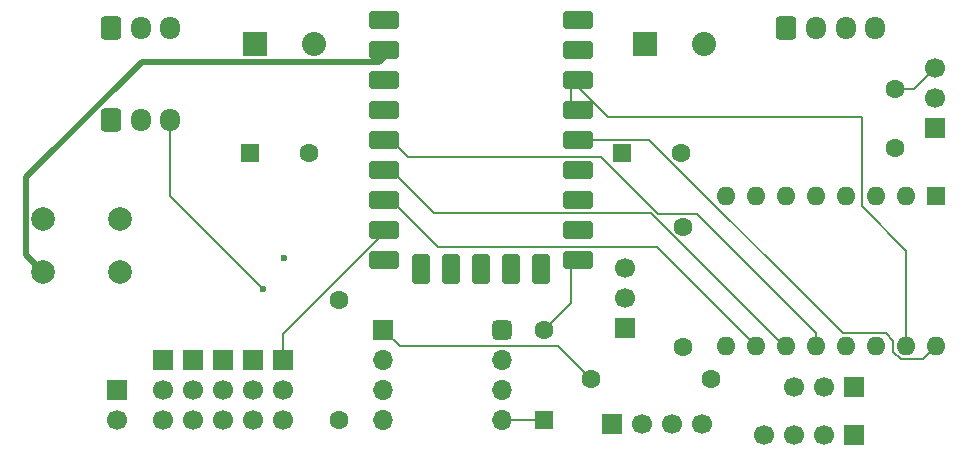
<source format=gbr>
%TF.GenerationSoftware,KiCad,Pcbnew,9.0.2-rc1*%
%TF.CreationDate,2025-05-07T10:44:18+01:00*%
%TF.ProjectId,Astro Droid BodyNeck,41737472-6f20-4447-926f-696420426f64,rev?*%
%TF.SameCoordinates,Original*%
%TF.FileFunction,Copper,L2,Inr*%
%TF.FilePolarity,Positive*%
%FSLAX46Y46*%
G04 Gerber Fmt 4.6, Leading zero omitted, Abs format (unit mm)*
G04 Created by KiCad (PCBNEW 9.0.2-rc1) date 2025-05-07 10:44:18*
%MOMM*%
%LPD*%
G01*
G04 APERTURE LIST*
G04 Aperture macros list*
%AMRoundRect*
0 Rectangle with rounded corners*
0 $1 Rounding radius*
0 $2 $3 $4 $5 $6 $7 $8 $9 X,Y pos of 4 corners*
0 Add a 4 corners polygon primitive as box body*
4,1,4,$2,$3,$4,$5,$6,$7,$8,$9,$2,$3,0*
0 Add four circle primitives for the rounded corners*
1,1,$1+$1,$2,$3*
1,1,$1+$1,$4,$5*
1,1,$1+$1,$6,$7*
1,1,$1+$1,$8,$9*
0 Add four rect primitives between the rounded corners*
20,1,$1+$1,$2,$3,$4,$5,0*
20,1,$1+$1,$4,$5,$6,$7,0*
20,1,$1+$1,$6,$7,$8,$9,0*
20,1,$1+$1,$8,$9,$2,$3,0*%
G04 Aperture macros list end*
%TA.AperFunction,ComponentPad*%
%ADD10C,1.600000*%
%TD*%
%TA.AperFunction,ComponentPad*%
%ADD11RoundRect,0.250000X-0.550000X-0.550000X0.550000X-0.550000X0.550000X0.550000X-0.550000X0.550000X0*%
%TD*%
%TA.AperFunction,ComponentPad*%
%ADD12R,1.700000X1.700000*%
%TD*%
%TA.AperFunction,ComponentPad*%
%ADD13C,1.700000*%
%TD*%
%TA.AperFunction,ComponentPad*%
%ADD14C,2.000000*%
%TD*%
%TA.AperFunction,ComponentPad*%
%ADD15RoundRect,0.400000X-0.900000X-0.400000X0.900000X-0.400000X0.900000X0.400000X-0.900000X0.400000X0*%
%TD*%
%TA.AperFunction,ComponentPad*%
%ADD16RoundRect,0.400050X-0.899950X-0.400050X0.899950X-0.400050X0.899950X0.400050X-0.899950X0.400050X0*%
%TD*%
%TA.AperFunction,ComponentPad*%
%ADD17RoundRect,0.400000X-0.400000X-0.900000X0.400000X-0.900000X0.400000X0.900000X-0.400000X0.900000X0*%
%TD*%
%TA.AperFunction,ComponentPad*%
%ADD18RoundRect,0.393700X-0.393700X-0.906300X0.393700X-0.906300X0.393700X0.906300X-0.393700X0.906300X0*%
%TD*%
%TA.AperFunction,ComponentPad*%
%ADD19RoundRect,0.250000X0.550000X-0.550000X0.550000X0.550000X-0.550000X0.550000X-0.550000X-0.550000X0*%
%TD*%
%TA.AperFunction,ComponentPad*%
%ADD20RoundRect,0.250000X-0.600000X-0.725000X0.600000X-0.725000X0.600000X0.725000X-0.600000X0.725000X0*%
%TD*%
%TA.AperFunction,ComponentPad*%
%ADD21O,1.700000X1.950000*%
%TD*%
%TA.AperFunction,ComponentPad*%
%ADD22O,1.700000X1.700000*%
%TD*%
%TA.AperFunction,ComponentPad*%
%ADD23RoundRect,0.425000X-0.425000X-0.425000X0.425000X-0.425000X0.425000X0.425000X-0.425000X0.425000X0*%
%TD*%
%TA.AperFunction,ComponentPad*%
%ADD24R,2.032000X2.032000*%
%TD*%
%TA.AperFunction,ComponentPad*%
%ADD25C,2.032000*%
%TD*%
%TA.AperFunction,ComponentPad*%
%ADD26R,1.600000X1.600000*%
%TD*%
%TA.AperFunction,ComponentPad*%
%ADD27O,1.600000X1.600000*%
%TD*%
%TA.AperFunction,ViaPad*%
%ADD28C,0.600000*%
%TD*%
%TA.AperFunction,Conductor*%
%ADD29C,0.500000*%
%TD*%
%TA.AperFunction,Conductor*%
%ADD30C,0.200000*%
%TD*%
G04 APERTURE END LIST*
D10*
%TO.N,GNDA*%
%TO.C,C3*%
X68129349Y-69850000D03*
D11*
%TO.N,+6V*%
X63129349Y-69850000D03*
%TD*%
D12*
%TO.N,Net-(WS2812B-1-Out)*%
%TO.C,WS2812B-1*%
X93780000Y-92860000D03*
D13*
%TO.N,GND*%
X96320000Y-92860000D03*
%TO.N,Net-(WS2812B-1-In)*%
X98860000Y-92860000D03*
%TO.N,+5V*%
X101400000Y-92860000D03*
%TD*%
D12*
%TO.N,+3V3*%
%TO.C,J6*%
X114300000Y-93760000D03*
D13*
%TO.N,/step_sleep*%
X111760000Y-93760000D03*
%TO.N,GND*%
X109220000Y-93760000D03*
X106680000Y-93760000D03*
%TD*%
D12*
%TO.N,+3V3*%
%TO.C,J5*%
X114300000Y-89662000D03*
D13*
%TO.N,/step_sleep*%
X111760000Y-89662000D03*
%TO.N,GND*%
X109220000Y-89662000D03*
%TD*%
D10*
%TO.N,GND*%
%TO.C,C1*%
X117805200Y-69494400D03*
%TO.N,/hall_sensor*%
X117805200Y-64494400D03*
%TD*%
D14*
%TO.N,/sw*%
%TO.C,SW1*%
X45645000Y-75474000D03*
X52145000Y-75474000D03*
%TO.N,GND*%
X45645000Y-79974000D03*
X52145000Y-79974000D03*
%TD*%
D15*
%TO.N,/TX*%
%TO.C,RZ1*%
X90961000Y-58599000D03*
%TO.N,/RX*%
X90961000Y-61139000D03*
%TO.N,/step_step*%
X90961000Y-63679000D03*
X90961000Y-66219000D03*
%TO.N,/step_dir*%
X90961000Y-68759000D03*
D16*
%TO.N,/PWM2B*%
X90961000Y-71299000D03*
%TO.N,/step_sleep*%
X90961000Y-73839000D03*
%TO.N,/PWM3B*%
X90961000Y-76379000D03*
%TO.N,Net-(D2-A)*%
X90961000Y-78919000D03*
D17*
%TO.N,/BusServoSig*%
X87821000Y-79729000D03*
D18*
%TO.N,/WS2812B*%
X85281000Y-79729000D03*
%TO.N,/PWM5B*%
X82741000Y-79729000D03*
%TO.N,/hall_sensor*%
X80201000Y-79729000D03*
%TO.N,/PWM6B*%
X77661000Y-79729000D03*
D16*
%TO.N,/sw*%
X74521000Y-78919000D03*
%TO.N,/PWM7B*%
X74521000Y-76379000D03*
%TO.N,/step_m0*%
X74521000Y-73839000D03*
%TO.N,/step_m1*%
X74521000Y-71299000D03*
%TO.N,/step_m2*%
X74521000Y-68759000D03*
%TO.N,unconnected-(RZ1-GP29-Pad29)*%
X74521000Y-66219000D03*
%TO.N,+3V3*%
X74521000Y-63679000D03*
%TO.N,GND*%
X74521000Y-61139000D03*
%TO.N,+5V*%
X74521000Y-58599000D03*
%TD*%
D10*
%TO.N,+5V*%
%TO.C,R1*%
X70680000Y-82310000D03*
%TO.N,/BusServoSigH*%
X70680000Y-92470000D03*
%TD*%
D19*
%TO.N,/BusServoSig*%
%TO.C,D2*%
X88011000Y-92506800D03*
D10*
%TO.N,Net-(D2-A)*%
X88011000Y-84886800D03*
%TD*%
D13*
%TO.N,GNDA*%
%TO.C,SV5*%
X63398400Y-92456000D03*
%TO.N,+6V*%
X63398400Y-89916000D03*
D12*
%TO.N,/PWM6B*%
X63398400Y-87376000D03*
%TD*%
D10*
%TO.N,+3V3*%
%TO.C,R3*%
X99800000Y-86270000D03*
%TO.N,/hall_sensor*%
X99800000Y-76110000D03*
%TD*%
D12*
%TO.N,+5V*%
%TO.C,J4*%
X121158000Y-67767200D03*
D13*
%TO.N,GND*%
X121158000Y-65227200D03*
%TO.N,/hall_sensor*%
X121158000Y-62687200D03*
%TD*%
D20*
%TO.N,Net-(A1-B2)*%
%TO.C,J1*%
X108578000Y-59256000D03*
D21*
%TO.N,Net-(A1-B1)*%
X111078000Y-59256000D03*
%TO.N,Net-(A1-A1)*%
X113578000Y-59256000D03*
%TO.N,Net-(A1-A2)*%
X116078000Y-59256000D03*
%TD*%
D13*
%TO.N,GNDA*%
%TO.C,SV3*%
X60833000Y-92456000D03*
%TO.N,+6V*%
X60833000Y-89916000D03*
D12*
%TO.N,/PWM5B*%
X60833000Y-87376000D03*
%TD*%
D20*
%TO.N,GNDA*%
%TO.C,BS2*%
X51388000Y-67056000D03*
D21*
%TO.N,+6V*%
X53888000Y-67056000D03*
%TO.N,/BusServoSigH*%
X56388000Y-67056000D03*
%TD*%
D12*
%TO.N,/PWM3B*%
%TO.C,SV2*%
X58293000Y-87376000D03*
D13*
%TO.N,+6V*%
X58293000Y-89916000D03*
%TO.N,GNDA*%
X58293000Y-92456000D03*
%TD*%
%TO.N,GNDA*%
%TO.C,SV4*%
X65938400Y-92456000D03*
%TO.N,+6V*%
X65938400Y-89916000D03*
D12*
%TO.N,/PWM7B*%
X65938400Y-87376000D03*
%TD*%
D13*
%TO.N,GNDA*%
%TO.C,SV1*%
X55753000Y-92456000D03*
%TO.N,+6V*%
X55753000Y-89916000D03*
D12*
%TO.N,/PWM2B*%
X55753000Y-87376000D03*
%TD*%
D10*
%TO.N,/WS2812BH*%
%TO.C,R2*%
X91998800Y-89001600D03*
%TO.N,Net-(WS2812B-1-In)*%
X102158800Y-89001600D03*
%TD*%
D12*
%TO.N,/WS2812BH*%
%TO.C,U1*%
X74422000Y-84836000D03*
D22*
%TO.N,GND*%
X74422000Y-87376000D03*
%TO.N,+5V*%
X74422000Y-89916000D03*
%TO.N,/BusServoSigH*%
X74422000Y-92456000D03*
%TO.N,/BusServoSig*%
X84480400Y-92487200D03*
%TO.N,+3V3*%
X84480400Y-89947200D03*
%TO.N,GND*%
X84480400Y-87407200D03*
D23*
%TO.N,/WS2812B*%
X84480400Y-84867200D03*
%TD*%
D11*
%TO.N,+12V*%
%TO.C,C2*%
X94625349Y-69850000D03*
D10*
%TO.N,GNDA*%
X99625349Y-69850000D03*
%TD*%
D24*
%TO.N,+12V*%
%TO.C,P2*%
X96560640Y-60681220D03*
D25*
%TO.N,GNDA*%
X101559360Y-60681220D03*
%TD*%
D24*
%TO.N,+6V*%
%TO.C,P3*%
X63606680Y-60681220D03*
D25*
%TO.N,GNDA*%
X68605400Y-60681220D03*
%TD*%
D12*
%TO.N,/TX*%
%TO.C,J2*%
X94920000Y-84660000D03*
D13*
%TO.N,/RX*%
X94920000Y-82120000D03*
%TO.N,GND*%
X94920000Y-79580000D03*
%TD*%
D26*
%TO.N,GND*%
%TO.C,A1*%
X121259600Y-73558400D03*
D27*
%TO.N,unconnected-(A1-~{FLT}-Pad2)*%
X118719600Y-73558400D03*
%TO.N,Net-(A1-A2)*%
X116179600Y-73558400D03*
%TO.N,Net-(A1-A1)*%
X113639600Y-73558400D03*
%TO.N,Net-(A1-B1)*%
X111099600Y-73558400D03*
%TO.N,Net-(A1-B2)*%
X108559600Y-73558400D03*
%TO.N,GNDA*%
X106019600Y-73558400D03*
%TO.N,+12V*%
X103479600Y-73558400D03*
%TO.N,GND*%
X103479600Y-86258400D03*
%TO.N,/step_m0*%
X106019600Y-86258400D03*
%TO.N,/step_m1*%
X108559600Y-86258400D03*
%TO.N,/step_m2*%
X111099600Y-86258400D03*
%TO.N,+3V3*%
X113639600Y-86258400D03*
%TO.N,/step_sleep*%
X116179600Y-86258400D03*
%TO.N,/step_step*%
X118719600Y-86258400D03*
%TO.N,/step_dir*%
X121259600Y-86258400D03*
%TD*%
D20*
%TO.N,GNDA*%
%TO.C,BS1*%
X51388000Y-59256000D03*
D21*
%TO.N,+6V*%
X53888000Y-59256000D03*
%TO.N,/BusServoSigH*%
X56388000Y-59256000D03*
%TD*%
D12*
%TO.N,GND*%
%TO.C,J3*%
X51866800Y-89916000D03*
D13*
%TO.N,GNDA*%
X51866800Y-92456000D03*
%TD*%
D28*
%TO.N,/BusServoSigH*%
X64270000Y-81360000D03*
%TO.N,/sw*%
X66040000Y-78740000D03*
%TD*%
D29*
%TO.N,GND*%
X75121000Y-61139000D02*
X74111780Y-62148220D01*
X74111780Y-62148220D02*
X53972488Y-62148220D01*
X53972488Y-62148220D02*
X44194000Y-71926708D01*
X44194000Y-71926708D02*
X44194000Y-78523000D01*
X44194000Y-78523000D02*
X45645000Y-79974000D01*
D30*
%TO.N,/BusServoSigH*%
X56388000Y-67056000D02*
X56388000Y-73478000D01*
X56388000Y-73478000D02*
X64270000Y-81360000D01*
%TO.N,/PWM7B*%
X65938400Y-87376000D02*
X65938400Y-85210164D01*
X65938400Y-85210164D02*
X74769564Y-76379000D01*
X74769564Y-76379000D02*
X75121000Y-76379000D01*
%TO.N,/step_dir*%
X90361000Y-68759000D02*
X90371000Y-68749000D01*
X96967299Y-68749000D02*
X113375699Y-85157400D01*
X117618600Y-85802350D02*
X117618600Y-86714450D01*
X118263550Y-87359400D02*
X120158600Y-87359400D01*
X90371000Y-68749000D02*
X96967299Y-68749000D01*
X113375699Y-85157400D02*
X116973650Y-85157400D01*
X116973650Y-85157400D02*
X117618600Y-85802350D01*
X117618600Y-86714450D02*
X118263550Y-87359400D01*
X120158600Y-87359400D02*
X121259600Y-86258400D01*
%TO.N,/step_m2*%
X75121000Y-68759000D02*
X76559900Y-70197900D01*
X76559900Y-70197900D02*
X92897950Y-70197900D01*
X100981570Y-75009000D02*
X111099600Y-85127030D01*
X92897950Y-70197900D02*
X97709050Y-75009000D01*
X97709050Y-75009000D02*
X100981570Y-75009000D01*
X111099600Y-85127030D02*
X111099600Y-86258400D01*
%TO.N,/step_m1*%
X75121000Y-71299000D02*
X78762100Y-74940100D01*
X78762100Y-74940100D02*
X97073050Y-74940100D01*
X97073050Y-74940100D02*
X108391350Y-86258400D01*
X108391350Y-86258400D02*
X108559600Y-86258400D01*
%TO.N,/step_m0*%
X75121000Y-73839000D02*
X79099900Y-77817900D01*
X97579100Y-77817900D02*
X106019600Y-86258400D01*
X79099900Y-77817900D02*
X97579100Y-77817900D01*
%TO.N,/hall_sensor*%
X121158000Y-62687200D02*
X119350800Y-64494400D01*
X119350800Y-64494400D02*
X117805200Y-64494400D01*
%TO.N,/step_step*%
X93482000Y-66800000D02*
X114980000Y-66800000D01*
X118719600Y-78139600D02*
X118719600Y-86258400D01*
X90361000Y-63679000D02*
X93482000Y-66800000D01*
X114980000Y-66800000D02*
X114980000Y-74400000D01*
X114980000Y-74400000D02*
X118719600Y-78139600D01*
%TO.N,/BusServoSig*%
X84480400Y-92487200D02*
X87991400Y-92487200D01*
X87991400Y-92487200D02*
X88011000Y-92506800D01*
%TO.N,Net-(D2-A)*%
X90361000Y-78919000D02*
X90361000Y-82536800D01*
X90361000Y-82536800D02*
X88011000Y-84886800D01*
%TO.N,/WS2812BH*%
X91998800Y-89001600D02*
X89253400Y-86256200D01*
X89253400Y-86256200D02*
X75842200Y-86256200D01*
X75842200Y-86256200D02*
X74422000Y-84836000D01*
%TO.N,/step_step*%
X90361000Y-63679000D02*
X90361000Y-66219000D01*
%TD*%
M02*

</source>
